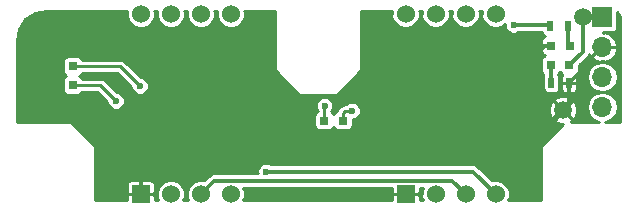
<source format=gtl>
G04 #@! TF.FileFunction,Copper,L1,Top,Signal*
%FSLAX46Y46*%
G04 Gerber Fmt 4.6, Leading zero omitted, Abs format (unit mm)*
G04 Created by KiCad (PCBNEW 4.0.6) date Mon Jan  8 18:00:33 2018*
%MOMM*%
%LPD*%
G01*
G04 APERTURE LIST*
%ADD10C,0.100000*%
%ADD11R,0.800000X0.800000*%
%ADD12R,1.700000X1.700000*%
%ADD13O,1.700000X1.700000*%
%ADD14R,0.500000X0.900000*%
%ADD15C,1.500000*%
%ADD16R,1.524000X1.524000*%
%ADD17C,1.524000*%
%ADD18C,0.600000*%
%ADD19C,0.500000*%
%ADD20C,0.350000*%
%ADD21C,0.250000*%
G04 APERTURE END LIST*
D10*
D11*
X104282000Y-69080000D03*
X102682000Y-69080000D03*
X104305000Y-67437000D03*
X102705000Y-67437000D03*
X83505000Y-73779000D03*
X85105000Y-73779000D03*
X62230000Y-70777000D03*
X62230000Y-69177000D03*
D12*
X107061000Y-65024000D03*
D13*
X107061000Y-67564000D03*
X107061000Y-70104000D03*
X107061000Y-72644000D03*
D14*
X102744000Y-70600000D03*
X104244000Y-70600000D03*
X102628000Y-65786000D03*
X104128000Y-65786000D03*
D15*
X103736000Y-72890000D03*
D16*
X90401000Y-80002000D03*
D17*
X92941000Y-80002000D03*
X95481000Y-80002000D03*
X98021000Y-80002000D03*
X98021000Y-64762000D03*
X95481000Y-64762000D03*
X92941000Y-64762000D03*
X90401000Y-64762000D03*
D16*
X67970400Y-79997300D03*
D17*
X70510400Y-79997300D03*
X73050400Y-79997300D03*
X75590400Y-79997300D03*
X75590400Y-64757300D03*
X73050400Y-64757300D03*
X70510400Y-64757300D03*
X67970400Y-64757300D03*
D15*
X105387000Y-65000000D03*
D18*
X87226000Y-65524000D03*
X93195000Y-73779000D03*
X89004000Y-74033000D03*
X70970000Y-74287000D03*
X66525000Y-73779000D03*
X91163000Y-73906000D03*
X68811000Y-73779000D03*
X67033000Y-76688000D03*
X79987000Y-73779000D03*
X86591000Y-75811000D03*
X89512000Y-76569000D03*
X100053000Y-76954000D03*
X99545000Y-72763000D03*
X64620000Y-80002000D03*
X102847000Y-74287000D03*
X87500000Y-69000000D03*
X85956000Y-80002000D03*
X79098000Y-80002000D03*
X87988000Y-73271000D03*
X81638000Y-76065000D03*
X74399000Y-77589000D03*
X72113000Y-75430000D03*
X64620000Y-73779000D03*
X59159000Y-72001000D03*
X60683000Y-66667000D03*
X70208000Y-68064000D03*
X78082000Y-65778000D03*
X78590000Y-70223000D03*
X92052000Y-66540000D03*
X95100000Y-67937000D03*
X96878000Y-70985000D03*
X94846000Y-75303000D03*
X101196000Y-78859000D03*
X100942000Y-68699000D03*
X99545000Y-65706000D03*
X83543000Y-72509000D03*
X65890000Y-72128000D03*
X85874883Y-72945790D03*
X67922000Y-70858000D03*
X78590000Y-78097000D03*
D19*
X105387000Y-65000000D02*
X107037000Y-65000000D01*
X107037000Y-65000000D02*
X107061000Y-65024000D01*
D20*
X105387000Y-66060660D02*
X105387000Y-65000000D01*
X105387000Y-67975000D02*
X105387000Y-66060660D01*
X104282000Y-69080000D02*
X105387000Y-67975000D01*
D19*
X87500000Y-65798000D02*
X87226000Y-65524000D01*
X87500000Y-69000000D02*
X87500000Y-65798000D01*
X59159000Y-72001000D02*
X60048000Y-72890000D01*
X60048000Y-72890000D02*
X63731000Y-72890000D01*
X63731000Y-72890000D02*
X64620000Y-73779000D01*
D20*
X68811000Y-73779000D02*
X70462000Y-73779000D01*
X70462000Y-73779000D02*
X70970000Y-74287000D01*
X81638000Y-76065000D02*
X81638000Y-75430000D01*
X81638000Y-75430000D02*
X79987000Y-73779000D01*
X99545000Y-72763000D02*
X99545000Y-76446000D01*
X99545000Y-76446000D02*
X100053000Y-76954000D01*
X96878000Y-70985000D02*
X97767000Y-70985000D01*
X97767000Y-70985000D02*
X99545000Y-72763000D01*
D19*
X102847000Y-73862736D02*
X102847000Y-74287000D01*
X102847000Y-73779000D02*
X102847000Y-73862736D01*
X103736000Y-72890000D02*
X102847000Y-73779000D01*
X79098000Y-80002000D02*
X85956000Y-80002000D01*
X74399000Y-77589000D02*
X75923000Y-76065000D01*
X75923000Y-76065000D02*
X81638000Y-76065000D01*
X78590000Y-70223000D02*
X77320000Y-70223000D01*
X77320000Y-70223000D02*
X72113000Y-75430000D01*
X65209001Y-67764001D02*
X64112000Y-66667000D01*
X64112000Y-66667000D02*
X60683000Y-66667000D01*
X70208000Y-68064000D02*
X69908001Y-67764001D01*
X69908001Y-67764001D02*
X65209001Y-67764001D01*
X78590000Y-70223000D02*
X78590000Y-66286000D01*
X78590000Y-66286000D02*
X78082000Y-65778000D01*
X95100000Y-67937000D02*
X93449000Y-67937000D01*
X93449000Y-67937000D02*
X92052000Y-66540000D01*
X96878000Y-70985000D02*
X96878000Y-69715000D01*
X96878000Y-69715000D02*
X95100000Y-67937000D01*
X99753001Y-78559001D02*
X96497000Y-75303000D01*
X96497000Y-75303000D02*
X94846000Y-75303000D01*
X101196000Y-78859000D02*
X100896001Y-78559001D01*
X100896001Y-78559001D02*
X99753001Y-78559001D01*
D20*
X107061000Y-67564000D02*
X106211001Y-68413999D01*
X106211001Y-68413999D02*
X106211001Y-68632999D01*
X106211001Y-68632999D02*
X104244000Y-70600000D01*
X104244000Y-70600000D02*
X104244000Y-72382000D01*
X104244000Y-72382000D02*
X103736000Y-72890000D01*
X102705000Y-67437000D02*
X102204000Y-67437000D01*
X102204000Y-67437000D02*
X100942000Y-68699000D01*
X99545000Y-65706000D02*
X102548000Y-65706000D01*
X102548000Y-65706000D02*
X102628000Y-65786000D01*
D21*
X83505000Y-73779000D02*
X83505000Y-72547000D01*
X83505000Y-72547000D02*
X83543000Y-72509000D01*
X62230000Y-70777000D02*
X64539000Y-70777000D01*
X64539000Y-70777000D02*
X65890000Y-72128000D01*
D20*
X102682000Y-69080000D02*
X102682000Y-70538000D01*
X102682000Y-70538000D02*
X102744000Y-70600000D01*
X104128000Y-65786000D02*
X104128000Y-67260000D01*
X104128000Y-67260000D02*
X104305000Y-67437000D01*
D21*
X85105000Y-73129000D02*
X85288210Y-72945790D01*
X85105000Y-73779000D02*
X85105000Y-73129000D01*
X85288210Y-72945790D02*
X85450619Y-72945790D01*
X85450619Y-72945790D02*
X85874883Y-72945790D01*
X67922000Y-70858000D02*
X66241000Y-69177000D01*
X66241000Y-69177000D02*
X62230000Y-69177000D01*
D20*
X79014264Y-78097000D02*
X78590000Y-78097000D01*
X98021000Y-80002000D02*
X96116000Y-78097000D01*
X96116000Y-78097000D02*
X79014264Y-78097000D01*
X95481000Y-80002000D02*
X94339299Y-78860299D01*
X94339299Y-78860299D02*
X74187401Y-78860299D01*
X73812399Y-79235301D02*
X73050400Y-79997300D01*
X74187401Y-78860299D02*
X73812399Y-79235301D01*
D21*
G36*
X89214000Y-79870750D02*
X89320250Y-79977000D01*
X90376000Y-79977000D01*
X90376000Y-79957000D01*
X90426000Y-79957000D01*
X90426000Y-79977000D01*
X91481750Y-79977000D01*
X91588000Y-79870750D01*
X91588000Y-79460299D01*
X91880669Y-79460299D01*
X91754206Y-79764855D01*
X91753794Y-80237073D01*
X91872763Y-80525000D01*
X91588000Y-80525000D01*
X91588000Y-80133250D01*
X91481750Y-80027000D01*
X90426000Y-80027000D01*
X90426000Y-80047000D01*
X90376000Y-80047000D01*
X90376000Y-80027000D01*
X89320250Y-80027000D01*
X89214000Y-80133250D01*
X89214000Y-80525000D01*
X76656545Y-80525000D01*
X76777194Y-80234445D01*
X76777606Y-79762227D01*
X76652852Y-79460299D01*
X89214000Y-79460299D01*
X89214000Y-79870750D01*
X89214000Y-79870750D01*
G37*
X89214000Y-79870750D02*
X89320250Y-79977000D01*
X90376000Y-79977000D01*
X90376000Y-79957000D01*
X90426000Y-79957000D01*
X90426000Y-79977000D01*
X91481750Y-79977000D01*
X91588000Y-79870750D01*
X91588000Y-79460299D01*
X91880669Y-79460299D01*
X91754206Y-79764855D01*
X91753794Y-80237073D01*
X91872763Y-80525000D01*
X91588000Y-80525000D01*
X91588000Y-80133250D01*
X91481750Y-80027000D01*
X90426000Y-80027000D01*
X90426000Y-80047000D01*
X90376000Y-80047000D01*
X90376000Y-80027000D01*
X89320250Y-80027000D01*
X89214000Y-80133250D01*
X89214000Y-80525000D01*
X76656545Y-80525000D01*
X76777194Y-80234445D01*
X76777606Y-79762227D01*
X76652852Y-79460299D01*
X89214000Y-79460299D01*
X89214000Y-79870750D01*
G36*
X66783606Y-64520155D02*
X66783194Y-64992373D01*
X66963523Y-65428803D01*
X67297140Y-65763003D01*
X67733255Y-65944094D01*
X68205473Y-65944506D01*
X68641903Y-65764177D01*
X68976103Y-65430560D01*
X69157194Y-64994445D01*
X69157606Y-64522227D01*
X69138092Y-64475000D01*
X69342356Y-64475000D01*
X69323606Y-64520155D01*
X69323194Y-64992373D01*
X69503523Y-65428803D01*
X69837140Y-65763003D01*
X70273255Y-65944094D01*
X70745473Y-65944506D01*
X71181903Y-65764177D01*
X71516103Y-65430560D01*
X71697194Y-64994445D01*
X71697606Y-64522227D01*
X71678092Y-64475000D01*
X71882356Y-64475000D01*
X71863606Y-64520155D01*
X71863194Y-64992373D01*
X72043523Y-65428803D01*
X72377140Y-65763003D01*
X72813255Y-65944094D01*
X73285473Y-65944506D01*
X73721903Y-65764177D01*
X74056103Y-65430560D01*
X74237194Y-64994445D01*
X74237606Y-64522227D01*
X74218092Y-64475000D01*
X74422356Y-64475000D01*
X74403606Y-64520155D01*
X74403194Y-64992373D01*
X74583523Y-65428803D01*
X74917140Y-65763003D01*
X75353255Y-65944094D01*
X75825473Y-65944506D01*
X76261903Y-65764177D01*
X76596103Y-65430560D01*
X76777194Y-64994445D01*
X76777606Y-64522227D01*
X76758092Y-64475000D01*
X79375000Y-64475000D01*
X79375000Y-69500000D01*
X79384187Y-69547037D01*
X79411612Y-69588388D01*
X81411612Y-71588388D01*
X81451368Y-71615152D01*
X81500000Y-71625000D01*
X84500000Y-71625000D01*
X84547037Y-71615813D01*
X84588388Y-71588388D01*
X86588388Y-69588388D01*
X86615152Y-69548632D01*
X86625000Y-69500000D01*
X86625000Y-64475000D01*
X89234908Y-64475000D01*
X89214206Y-64524855D01*
X89213794Y-64997073D01*
X89394123Y-65433503D01*
X89727740Y-65767703D01*
X90163855Y-65948794D01*
X90636073Y-65949206D01*
X91072503Y-65768877D01*
X91406703Y-65435260D01*
X91587794Y-64999145D01*
X91588206Y-64526927D01*
X91566750Y-64475000D01*
X91774908Y-64475000D01*
X91754206Y-64524855D01*
X91753794Y-64997073D01*
X91934123Y-65433503D01*
X92267740Y-65767703D01*
X92703855Y-65948794D01*
X93176073Y-65949206D01*
X93612503Y-65768877D01*
X93946703Y-65435260D01*
X94127794Y-64999145D01*
X94128206Y-64526927D01*
X94106750Y-64475000D01*
X94314908Y-64475000D01*
X94294206Y-64524855D01*
X94293794Y-64997073D01*
X94474123Y-65433503D01*
X94807740Y-65767703D01*
X95243855Y-65948794D01*
X95716073Y-65949206D01*
X96152503Y-65768877D01*
X96486703Y-65435260D01*
X96667794Y-64999145D01*
X96668206Y-64526927D01*
X96646750Y-64475000D01*
X96854908Y-64475000D01*
X96834206Y-64524855D01*
X96833794Y-64997073D01*
X97014123Y-65433503D01*
X97347740Y-65767703D01*
X97783855Y-65948794D01*
X98256073Y-65949206D01*
X98692503Y-65768877D01*
X98820056Y-65641547D01*
X98819874Y-65849579D01*
X98930016Y-66116143D01*
X99133784Y-66320267D01*
X99400156Y-66430874D01*
X99688579Y-66431126D01*
X99955143Y-66320984D01*
X99970153Y-66306000D01*
X101957845Y-66306000D01*
X101974309Y-66393496D01*
X102067389Y-66538146D01*
X102192456Y-66623600D01*
X102064257Y-66676702D01*
X101944702Y-66796257D01*
X101880000Y-66952462D01*
X101880000Y-67305750D01*
X101986250Y-67412000D01*
X102680000Y-67412000D01*
X102680000Y-67392000D01*
X102730000Y-67392000D01*
X102730000Y-67412000D01*
X102750000Y-67412000D01*
X102750000Y-67462000D01*
X102730000Y-67462000D01*
X102730000Y-67482000D01*
X102680000Y-67482000D01*
X102680000Y-67462000D01*
X101986250Y-67462000D01*
X101880000Y-67568250D01*
X101880000Y-67921538D01*
X101944702Y-68077743D01*
X102064257Y-68197298D01*
X102214242Y-68259424D01*
X102124504Y-68276309D01*
X101979854Y-68369389D01*
X101882814Y-68511412D01*
X101848674Y-68680000D01*
X101848674Y-69480000D01*
X101878309Y-69637496D01*
X101971389Y-69782146D01*
X102082000Y-69857723D01*
X102082000Y-70044689D01*
X102060674Y-70150000D01*
X102060674Y-71050000D01*
X102090309Y-71207496D01*
X102183389Y-71352146D01*
X102325412Y-71449186D01*
X102494000Y-71483326D01*
X102994000Y-71483326D01*
X103151496Y-71453691D01*
X103296146Y-71360611D01*
X103393186Y-71218588D01*
X103427326Y-71050000D01*
X103427326Y-70731250D01*
X103569000Y-70731250D01*
X103569000Y-71134538D01*
X103633702Y-71290743D01*
X103753257Y-71410298D01*
X103909462Y-71475000D01*
X104112750Y-71475000D01*
X104219000Y-71368750D01*
X104219000Y-70625000D01*
X104269000Y-70625000D01*
X104269000Y-71368750D01*
X104375250Y-71475000D01*
X104578538Y-71475000D01*
X104734743Y-71410298D01*
X104854298Y-71290743D01*
X104919000Y-71134538D01*
X104919000Y-70731250D01*
X104812750Y-70625000D01*
X104269000Y-70625000D01*
X104219000Y-70625000D01*
X103675250Y-70625000D01*
X103569000Y-70731250D01*
X103427326Y-70731250D01*
X103427326Y-70150000D01*
X103397691Y-69992504D01*
X103304611Y-69847854D01*
X103300041Y-69844731D01*
X103384146Y-69790611D01*
X103481186Y-69648588D01*
X103482206Y-69643552D01*
X103571389Y-69782146D01*
X103683922Y-69859037D01*
X103633702Y-69909257D01*
X103569000Y-70065462D01*
X103569000Y-70468750D01*
X103675250Y-70575000D01*
X104219000Y-70575000D01*
X104219000Y-70555000D01*
X104269000Y-70555000D01*
X104269000Y-70575000D01*
X104812750Y-70575000D01*
X104919000Y-70468750D01*
X104919000Y-70065462D01*
X104854298Y-69909257D01*
X104830437Y-69885396D01*
X104839496Y-69883691D01*
X104984146Y-69790611D01*
X105081186Y-69648588D01*
X105115326Y-69480000D01*
X105115326Y-69095202D01*
X105811264Y-68399264D01*
X105941328Y-68204610D01*
X105952264Y-68149631D01*
X106015005Y-68293058D01*
X106373625Y-68637847D01*
X106836892Y-68819152D01*
X107035998Y-68732508D01*
X107035998Y-68829005D01*
X106548100Y-68926054D01*
X106134460Y-69202439D01*
X105858075Y-69616079D01*
X105761021Y-70104000D01*
X105858075Y-70591921D01*
X106134460Y-71005561D01*
X106548100Y-71281946D01*
X107010884Y-71374000D01*
X106548100Y-71466054D01*
X106134460Y-71742439D01*
X105858075Y-72156079D01*
X105761021Y-72644000D01*
X105858075Y-73131921D01*
X106134460Y-73545561D01*
X106548100Y-73821946D01*
X106814819Y-73875000D01*
X104417857Y-73875000D01*
X104419800Y-73873702D01*
X104490118Y-73679473D01*
X103736000Y-72925355D01*
X102981882Y-73679473D01*
X103052200Y-73873702D01*
X103480698Y-74060501D01*
X103757627Y-74065597D01*
X101911612Y-75911612D01*
X101884848Y-75951368D01*
X101875000Y-76000000D01*
X101875000Y-80525000D01*
X99089096Y-80525000D01*
X99207794Y-80239145D01*
X99208206Y-79766927D01*
X99027877Y-79330497D01*
X98694260Y-78996297D01*
X98258145Y-78815206D01*
X97785927Y-78814794D01*
X97712614Y-78845086D01*
X96540264Y-77672736D01*
X96345610Y-77542672D01*
X96116000Y-77497000D01*
X79015458Y-77497000D01*
X79001216Y-77482733D01*
X78734844Y-77372126D01*
X78446421Y-77371874D01*
X78179857Y-77482016D01*
X77975733Y-77685784D01*
X77865126Y-77952156D01*
X77864874Y-78240579D01*
X77873022Y-78260299D01*
X74187401Y-78260299D01*
X73957791Y-78305971D01*
X73763137Y-78436035D01*
X73358997Y-78840175D01*
X73287545Y-78810506D01*
X72815327Y-78810094D01*
X72378897Y-78990423D01*
X72044697Y-79324040D01*
X71863606Y-79760155D01*
X71863194Y-80232373D01*
X71984105Y-80525000D01*
X71576545Y-80525000D01*
X71697194Y-80234445D01*
X71697606Y-79762227D01*
X71517277Y-79325797D01*
X71183660Y-78991597D01*
X70747545Y-78810506D01*
X70275327Y-78810094D01*
X69838897Y-78990423D01*
X69504697Y-79324040D01*
X69323606Y-79760155D01*
X69323194Y-80232373D01*
X69444105Y-80525000D01*
X69157400Y-80525000D01*
X69157400Y-80128550D01*
X69051150Y-80022300D01*
X67995400Y-80022300D01*
X67995400Y-80042300D01*
X67945400Y-80042300D01*
X67945400Y-80022300D01*
X66889650Y-80022300D01*
X66783400Y-80128550D01*
X66783400Y-80525000D01*
X64125000Y-80525000D01*
X64125000Y-79150762D01*
X66783400Y-79150762D01*
X66783400Y-79866050D01*
X66889650Y-79972300D01*
X67945400Y-79972300D01*
X67945400Y-78916550D01*
X67995400Y-78916550D01*
X67995400Y-79972300D01*
X69051150Y-79972300D01*
X69157400Y-79866050D01*
X69157400Y-79150762D01*
X69092698Y-78994557D01*
X68973143Y-78875002D01*
X68816938Y-78810300D01*
X68101650Y-78810300D01*
X67995400Y-78916550D01*
X67945400Y-78916550D01*
X67839150Y-78810300D01*
X67123862Y-78810300D01*
X66967657Y-78875002D01*
X66848102Y-78994557D01*
X66783400Y-79150762D01*
X64125000Y-79150762D01*
X64125000Y-76000000D01*
X64115813Y-75952963D01*
X64088388Y-75911612D01*
X62088388Y-73911612D01*
X62048632Y-73884848D01*
X62000000Y-73875000D01*
X57475000Y-73875000D01*
X57475000Y-73379000D01*
X82671674Y-73379000D01*
X82671674Y-74179000D01*
X82701309Y-74336496D01*
X82794389Y-74481146D01*
X82936412Y-74578186D01*
X83105000Y-74612326D01*
X83905000Y-74612326D01*
X84062496Y-74582691D01*
X84207146Y-74489611D01*
X84304186Y-74347588D01*
X84305206Y-74342552D01*
X84394389Y-74481146D01*
X84536412Y-74578186D01*
X84705000Y-74612326D01*
X85505000Y-74612326D01*
X85662496Y-74582691D01*
X85807146Y-74489611D01*
X85904186Y-74347588D01*
X85938326Y-74179000D01*
X85938326Y-73670846D01*
X86018462Y-73670916D01*
X86285026Y-73560774D01*
X86489150Y-73357006D01*
X86595011Y-73102063D01*
X102556898Y-73102063D01*
X102727805Y-73537143D01*
X102752298Y-73573800D01*
X102946527Y-73644118D01*
X103700645Y-72890000D01*
X103771355Y-72890000D01*
X104525473Y-73644118D01*
X104719702Y-73573800D01*
X104906501Y-73145302D01*
X104915102Y-72677937D01*
X104744195Y-72242857D01*
X104719702Y-72206200D01*
X104525473Y-72135882D01*
X103771355Y-72890000D01*
X103700645Y-72890000D01*
X102946527Y-72135882D01*
X102752298Y-72206200D01*
X102565499Y-72634698D01*
X102556898Y-73102063D01*
X86595011Y-73102063D01*
X86599757Y-73090634D01*
X86600009Y-72802211D01*
X86489867Y-72535647D01*
X86286099Y-72331523D01*
X86019727Y-72220916D01*
X85731304Y-72220664D01*
X85464740Y-72330806D01*
X85399642Y-72395790D01*
X85288210Y-72395790D01*
X85077734Y-72437656D01*
X84899301Y-72556881D01*
X84716091Y-72740091D01*
X84596866Y-72918524D01*
X84587051Y-72967868D01*
X84547504Y-72975309D01*
X84402854Y-73068389D01*
X84305814Y-73210412D01*
X84304794Y-73215448D01*
X84215611Y-73076854D01*
X84087822Y-72989540D01*
X84157267Y-72920216D01*
X84267874Y-72653844D01*
X84268126Y-72365421D01*
X84158675Y-72100527D01*
X102981882Y-72100527D01*
X103736000Y-72854645D01*
X104490118Y-72100527D01*
X104419800Y-71906298D01*
X103991302Y-71719499D01*
X103523937Y-71710898D01*
X103088857Y-71881805D01*
X103052200Y-71906298D01*
X102981882Y-72100527D01*
X84158675Y-72100527D01*
X84157984Y-72098857D01*
X83954216Y-71894733D01*
X83687844Y-71784126D01*
X83399421Y-71783874D01*
X83132857Y-71894016D01*
X82928733Y-72097784D01*
X82818126Y-72364156D01*
X82817874Y-72652579D01*
X82928016Y-72919143D01*
X82955000Y-72946174D01*
X82955000Y-72973899D01*
X82947504Y-72975309D01*
X82802854Y-73068389D01*
X82705814Y-73210412D01*
X82671674Y-73379000D01*
X57475000Y-73379000D01*
X57475000Y-68777000D01*
X61396674Y-68777000D01*
X61396674Y-69577000D01*
X61426309Y-69734496D01*
X61519389Y-69879146D01*
X61661412Y-69976186D01*
X61666448Y-69977206D01*
X61527854Y-70066389D01*
X61430814Y-70208412D01*
X61396674Y-70377000D01*
X61396674Y-71177000D01*
X61426309Y-71334496D01*
X61519389Y-71479146D01*
X61661412Y-71576186D01*
X61830000Y-71610326D01*
X62630000Y-71610326D01*
X62787496Y-71580691D01*
X62932146Y-71487611D01*
X63029186Y-71345588D01*
X63032950Y-71327000D01*
X64311182Y-71327000D01*
X65164953Y-72180771D01*
X65164874Y-72271579D01*
X65275016Y-72538143D01*
X65478784Y-72742267D01*
X65745156Y-72852874D01*
X66033579Y-72853126D01*
X66300143Y-72742984D01*
X66504267Y-72539216D01*
X66614874Y-72272844D01*
X66615126Y-71984421D01*
X66504984Y-71717857D01*
X66301216Y-71513733D01*
X66034844Y-71403126D01*
X65942863Y-71403046D01*
X64927909Y-70388091D01*
X64749476Y-70268866D01*
X64539000Y-70227000D01*
X63035101Y-70227000D01*
X63033691Y-70219504D01*
X62940611Y-70074854D01*
X62798588Y-69977814D01*
X62793552Y-69976794D01*
X62932146Y-69887611D01*
X63029186Y-69745588D01*
X63032950Y-69727000D01*
X66013182Y-69727000D01*
X67196953Y-70910771D01*
X67196874Y-71001579D01*
X67307016Y-71268143D01*
X67510784Y-71472267D01*
X67777156Y-71582874D01*
X68065579Y-71583126D01*
X68332143Y-71472984D01*
X68536267Y-71269216D01*
X68646874Y-71002844D01*
X68647126Y-70714421D01*
X68536984Y-70447857D01*
X68333216Y-70243733D01*
X68066844Y-70133126D01*
X67974864Y-70133046D01*
X66629909Y-68788091D01*
X66451476Y-68668866D01*
X66241000Y-68627000D01*
X63035101Y-68627000D01*
X63033691Y-68619504D01*
X62940611Y-68474854D01*
X62798588Y-68377814D01*
X62630000Y-68343674D01*
X61830000Y-68343674D01*
X61672504Y-68373309D01*
X61527854Y-68466389D01*
X61430814Y-68608412D01*
X61396674Y-68777000D01*
X57475000Y-68777000D01*
X57475000Y-67046783D01*
X57675801Y-66037286D01*
X58221136Y-65221136D01*
X59037286Y-64675801D01*
X60046783Y-64475000D01*
X66802356Y-64475000D01*
X66783606Y-64520155D01*
X66783606Y-64520155D01*
G37*
X66783606Y-64520155D02*
X66783194Y-64992373D01*
X66963523Y-65428803D01*
X67297140Y-65763003D01*
X67733255Y-65944094D01*
X68205473Y-65944506D01*
X68641903Y-65764177D01*
X68976103Y-65430560D01*
X69157194Y-64994445D01*
X69157606Y-64522227D01*
X69138092Y-64475000D01*
X69342356Y-64475000D01*
X69323606Y-64520155D01*
X69323194Y-64992373D01*
X69503523Y-65428803D01*
X69837140Y-65763003D01*
X70273255Y-65944094D01*
X70745473Y-65944506D01*
X71181903Y-65764177D01*
X71516103Y-65430560D01*
X71697194Y-64994445D01*
X71697606Y-64522227D01*
X71678092Y-64475000D01*
X71882356Y-64475000D01*
X71863606Y-64520155D01*
X71863194Y-64992373D01*
X72043523Y-65428803D01*
X72377140Y-65763003D01*
X72813255Y-65944094D01*
X73285473Y-65944506D01*
X73721903Y-65764177D01*
X74056103Y-65430560D01*
X74237194Y-64994445D01*
X74237606Y-64522227D01*
X74218092Y-64475000D01*
X74422356Y-64475000D01*
X74403606Y-64520155D01*
X74403194Y-64992373D01*
X74583523Y-65428803D01*
X74917140Y-65763003D01*
X75353255Y-65944094D01*
X75825473Y-65944506D01*
X76261903Y-65764177D01*
X76596103Y-65430560D01*
X76777194Y-64994445D01*
X76777606Y-64522227D01*
X76758092Y-64475000D01*
X79375000Y-64475000D01*
X79375000Y-69500000D01*
X79384187Y-69547037D01*
X79411612Y-69588388D01*
X81411612Y-71588388D01*
X81451368Y-71615152D01*
X81500000Y-71625000D01*
X84500000Y-71625000D01*
X84547037Y-71615813D01*
X84588388Y-71588388D01*
X86588388Y-69588388D01*
X86615152Y-69548632D01*
X86625000Y-69500000D01*
X86625000Y-64475000D01*
X89234908Y-64475000D01*
X89214206Y-64524855D01*
X89213794Y-64997073D01*
X89394123Y-65433503D01*
X89727740Y-65767703D01*
X90163855Y-65948794D01*
X90636073Y-65949206D01*
X91072503Y-65768877D01*
X91406703Y-65435260D01*
X91587794Y-64999145D01*
X91588206Y-64526927D01*
X91566750Y-64475000D01*
X91774908Y-64475000D01*
X91754206Y-64524855D01*
X91753794Y-64997073D01*
X91934123Y-65433503D01*
X92267740Y-65767703D01*
X92703855Y-65948794D01*
X93176073Y-65949206D01*
X93612503Y-65768877D01*
X93946703Y-65435260D01*
X94127794Y-64999145D01*
X94128206Y-64526927D01*
X94106750Y-64475000D01*
X94314908Y-64475000D01*
X94294206Y-64524855D01*
X94293794Y-64997073D01*
X94474123Y-65433503D01*
X94807740Y-65767703D01*
X95243855Y-65948794D01*
X95716073Y-65949206D01*
X96152503Y-65768877D01*
X96486703Y-65435260D01*
X96667794Y-64999145D01*
X96668206Y-64526927D01*
X96646750Y-64475000D01*
X96854908Y-64475000D01*
X96834206Y-64524855D01*
X96833794Y-64997073D01*
X97014123Y-65433503D01*
X97347740Y-65767703D01*
X97783855Y-65948794D01*
X98256073Y-65949206D01*
X98692503Y-65768877D01*
X98820056Y-65641547D01*
X98819874Y-65849579D01*
X98930016Y-66116143D01*
X99133784Y-66320267D01*
X99400156Y-66430874D01*
X99688579Y-66431126D01*
X99955143Y-66320984D01*
X99970153Y-66306000D01*
X101957845Y-66306000D01*
X101974309Y-66393496D01*
X102067389Y-66538146D01*
X102192456Y-66623600D01*
X102064257Y-66676702D01*
X101944702Y-66796257D01*
X101880000Y-66952462D01*
X101880000Y-67305750D01*
X101986250Y-67412000D01*
X102680000Y-67412000D01*
X102680000Y-67392000D01*
X102730000Y-67392000D01*
X102730000Y-67412000D01*
X102750000Y-67412000D01*
X102750000Y-67462000D01*
X102730000Y-67462000D01*
X102730000Y-67482000D01*
X102680000Y-67482000D01*
X102680000Y-67462000D01*
X101986250Y-67462000D01*
X101880000Y-67568250D01*
X101880000Y-67921538D01*
X101944702Y-68077743D01*
X102064257Y-68197298D01*
X102214242Y-68259424D01*
X102124504Y-68276309D01*
X101979854Y-68369389D01*
X101882814Y-68511412D01*
X101848674Y-68680000D01*
X101848674Y-69480000D01*
X101878309Y-69637496D01*
X101971389Y-69782146D01*
X102082000Y-69857723D01*
X102082000Y-70044689D01*
X102060674Y-70150000D01*
X102060674Y-71050000D01*
X102090309Y-71207496D01*
X102183389Y-71352146D01*
X102325412Y-71449186D01*
X102494000Y-71483326D01*
X102994000Y-71483326D01*
X103151496Y-71453691D01*
X103296146Y-71360611D01*
X103393186Y-71218588D01*
X103427326Y-71050000D01*
X103427326Y-70731250D01*
X103569000Y-70731250D01*
X103569000Y-71134538D01*
X103633702Y-71290743D01*
X103753257Y-71410298D01*
X103909462Y-71475000D01*
X104112750Y-71475000D01*
X104219000Y-71368750D01*
X104219000Y-70625000D01*
X104269000Y-70625000D01*
X104269000Y-71368750D01*
X104375250Y-71475000D01*
X104578538Y-71475000D01*
X104734743Y-71410298D01*
X104854298Y-71290743D01*
X104919000Y-71134538D01*
X104919000Y-70731250D01*
X104812750Y-70625000D01*
X104269000Y-70625000D01*
X104219000Y-70625000D01*
X103675250Y-70625000D01*
X103569000Y-70731250D01*
X103427326Y-70731250D01*
X103427326Y-70150000D01*
X103397691Y-69992504D01*
X103304611Y-69847854D01*
X103300041Y-69844731D01*
X103384146Y-69790611D01*
X103481186Y-69648588D01*
X103482206Y-69643552D01*
X103571389Y-69782146D01*
X103683922Y-69859037D01*
X103633702Y-69909257D01*
X103569000Y-70065462D01*
X103569000Y-70468750D01*
X103675250Y-70575000D01*
X104219000Y-70575000D01*
X104219000Y-70555000D01*
X104269000Y-70555000D01*
X104269000Y-70575000D01*
X104812750Y-70575000D01*
X104919000Y-70468750D01*
X104919000Y-70065462D01*
X104854298Y-69909257D01*
X104830437Y-69885396D01*
X104839496Y-69883691D01*
X104984146Y-69790611D01*
X105081186Y-69648588D01*
X105115326Y-69480000D01*
X105115326Y-69095202D01*
X105811264Y-68399264D01*
X105941328Y-68204610D01*
X105952264Y-68149631D01*
X106015005Y-68293058D01*
X106373625Y-68637847D01*
X106836892Y-68819152D01*
X107035998Y-68732508D01*
X107035998Y-68829005D01*
X106548100Y-68926054D01*
X106134460Y-69202439D01*
X105858075Y-69616079D01*
X105761021Y-70104000D01*
X105858075Y-70591921D01*
X106134460Y-71005561D01*
X106548100Y-71281946D01*
X107010884Y-71374000D01*
X106548100Y-71466054D01*
X106134460Y-71742439D01*
X105858075Y-72156079D01*
X105761021Y-72644000D01*
X105858075Y-73131921D01*
X106134460Y-73545561D01*
X106548100Y-73821946D01*
X106814819Y-73875000D01*
X104417857Y-73875000D01*
X104419800Y-73873702D01*
X104490118Y-73679473D01*
X103736000Y-72925355D01*
X102981882Y-73679473D01*
X103052200Y-73873702D01*
X103480698Y-74060501D01*
X103757627Y-74065597D01*
X101911612Y-75911612D01*
X101884848Y-75951368D01*
X101875000Y-76000000D01*
X101875000Y-80525000D01*
X99089096Y-80525000D01*
X99207794Y-80239145D01*
X99208206Y-79766927D01*
X99027877Y-79330497D01*
X98694260Y-78996297D01*
X98258145Y-78815206D01*
X97785927Y-78814794D01*
X97712614Y-78845086D01*
X96540264Y-77672736D01*
X96345610Y-77542672D01*
X96116000Y-77497000D01*
X79015458Y-77497000D01*
X79001216Y-77482733D01*
X78734844Y-77372126D01*
X78446421Y-77371874D01*
X78179857Y-77482016D01*
X77975733Y-77685784D01*
X77865126Y-77952156D01*
X77864874Y-78240579D01*
X77873022Y-78260299D01*
X74187401Y-78260299D01*
X73957791Y-78305971D01*
X73763137Y-78436035D01*
X73358997Y-78840175D01*
X73287545Y-78810506D01*
X72815327Y-78810094D01*
X72378897Y-78990423D01*
X72044697Y-79324040D01*
X71863606Y-79760155D01*
X71863194Y-80232373D01*
X71984105Y-80525000D01*
X71576545Y-80525000D01*
X71697194Y-80234445D01*
X71697606Y-79762227D01*
X71517277Y-79325797D01*
X71183660Y-78991597D01*
X70747545Y-78810506D01*
X70275327Y-78810094D01*
X69838897Y-78990423D01*
X69504697Y-79324040D01*
X69323606Y-79760155D01*
X69323194Y-80232373D01*
X69444105Y-80525000D01*
X69157400Y-80525000D01*
X69157400Y-80128550D01*
X69051150Y-80022300D01*
X67995400Y-80022300D01*
X67995400Y-80042300D01*
X67945400Y-80042300D01*
X67945400Y-80022300D01*
X66889650Y-80022300D01*
X66783400Y-80128550D01*
X66783400Y-80525000D01*
X64125000Y-80525000D01*
X64125000Y-79150762D01*
X66783400Y-79150762D01*
X66783400Y-79866050D01*
X66889650Y-79972300D01*
X67945400Y-79972300D01*
X67945400Y-78916550D01*
X67995400Y-78916550D01*
X67995400Y-79972300D01*
X69051150Y-79972300D01*
X69157400Y-79866050D01*
X69157400Y-79150762D01*
X69092698Y-78994557D01*
X68973143Y-78875002D01*
X68816938Y-78810300D01*
X68101650Y-78810300D01*
X67995400Y-78916550D01*
X67945400Y-78916550D01*
X67839150Y-78810300D01*
X67123862Y-78810300D01*
X66967657Y-78875002D01*
X66848102Y-78994557D01*
X66783400Y-79150762D01*
X64125000Y-79150762D01*
X64125000Y-76000000D01*
X64115813Y-75952963D01*
X64088388Y-75911612D01*
X62088388Y-73911612D01*
X62048632Y-73884848D01*
X62000000Y-73875000D01*
X57475000Y-73875000D01*
X57475000Y-73379000D01*
X82671674Y-73379000D01*
X82671674Y-74179000D01*
X82701309Y-74336496D01*
X82794389Y-74481146D01*
X82936412Y-74578186D01*
X83105000Y-74612326D01*
X83905000Y-74612326D01*
X84062496Y-74582691D01*
X84207146Y-74489611D01*
X84304186Y-74347588D01*
X84305206Y-74342552D01*
X84394389Y-74481146D01*
X84536412Y-74578186D01*
X84705000Y-74612326D01*
X85505000Y-74612326D01*
X85662496Y-74582691D01*
X85807146Y-74489611D01*
X85904186Y-74347588D01*
X85938326Y-74179000D01*
X85938326Y-73670846D01*
X86018462Y-73670916D01*
X86285026Y-73560774D01*
X86489150Y-73357006D01*
X86595011Y-73102063D01*
X102556898Y-73102063D01*
X102727805Y-73537143D01*
X102752298Y-73573800D01*
X102946527Y-73644118D01*
X103700645Y-72890000D01*
X103771355Y-72890000D01*
X104525473Y-73644118D01*
X104719702Y-73573800D01*
X104906501Y-73145302D01*
X104915102Y-72677937D01*
X104744195Y-72242857D01*
X104719702Y-72206200D01*
X104525473Y-72135882D01*
X103771355Y-72890000D01*
X103700645Y-72890000D01*
X102946527Y-72135882D01*
X102752298Y-72206200D01*
X102565499Y-72634698D01*
X102556898Y-73102063D01*
X86595011Y-73102063D01*
X86599757Y-73090634D01*
X86600009Y-72802211D01*
X86489867Y-72535647D01*
X86286099Y-72331523D01*
X86019727Y-72220916D01*
X85731304Y-72220664D01*
X85464740Y-72330806D01*
X85399642Y-72395790D01*
X85288210Y-72395790D01*
X85077734Y-72437656D01*
X84899301Y-72556881D01*
X84716091Y-72740091D01*
X84596866Y-72918524D01*
X84587051Y-72967868D01*
X84547504Y-72975309D01*
X84402854Y-73068389D01*
X84305814Y-73210412D01*
X84304794Y-73215448D01*
X84215611Y-73076854D01*
X84087822Y-72989540D01*
X84157267Y-72920216D01*
X84267874Y-72653844D01*
X84268126Y-72365421D01*
X84158675Y-72100527D01*
X102981882Y-72100527D01*
X103736000Y-72854645D01*
X104490118Y-72100527D01*
X104419800Y-71906298D01*
X103991302Y-71719499D01*
X103523937Y-71710898D01*
X103088857Y-71881805D01*
X103052200Y-71906298D01*
X102981882Y-72100527D01*
X84158675Y-72100527D01*
X84157984Y-72098857D01*
X83954216Y-71894733D01*
X83687844Y-71784126D01*
X83399421Y-71783874D01*
X83132857Y-71894016D01*
X82928733Y-72097784D01*
X82818126Y-72364156D01*
X82817874Y-72652579D01*
X82928016Y-72919143D01*
X82955000Y-72946174D01*
X82955000Y-72973899D01*
X82947504Y-72975309D01*
X82802854Y-73068389D01*
X82705814Y-73210412D01*
X82671674Y-73379000D01*
X57475000Y-73379000D01*
X57475000Y-68777000D01*
X61396674Y-68777000D01*
X61396674Y-69577000D01*
X61426309Y-69734496D01*
X61519389Y-69879146D01*
X61661412Y-69976186D01*
X61666448Y-69977206D01*
X61527854Y-70066389D01*
X61430814Y-70208412D01*
X61396674Y-70377000D01*
X61396674Y-71177000D01*
X61426309Y-71334496D01*
X61519389Y-71479146D01*
X61661412Y-71576186D01*
X61830000Y-71610326D01*
X62630000Y-71610326D01*
X62787496Y-71580691D01*
X62932146Y-71487611D01*
X63029186Y-71345588D01*
X63032950Y-71327000D01*
X64311182Y-71327000D01*
X65164953Y-72180771D01*
X65164874Y-72271579D01*
X65275016Y-72538143D01*
X65478784Y-72742267D01*
X65745156Y-72852874D01*
X66033579Y-72853126D01*
X66300143Y-72742984D01*
X66504267Y-72539216D01*
X66614874Y-72272844D01*
X66615126Y-71984421D01*
X66504984Y-71717857D01*
X66301216Y-71513733D01*
X66034844Y-71403126D01*
X65942863Y-71403046D01*
X64927909Y-70388091D01*
X64749476Y-70268866D01*
X64539000Y-70227000D01*
X63035101Y-70227000D01*
X63033691Y-70219504D01*
X62940611Y-70074854D01*
X62798588Y-69977814D01*
X62793552Y-69976794D01*
X62932146Y-69887611D01*
X63029186Y-69745588D01*
X63032950Y-69727000D01*
X66013182Y-69727000D01*
X67196953Y-70910771D01*
X67196874Y-71001579D01*
X67307016Y-71268143D01*
X67510784Y-71472267D01*
X67777156Y-71582874D01*
X68065579Y-71583126D01*
X68332143Y-71472984D01*
X68536267Y-71269216D01*
X68646874Y-71002844D01*
X68647126Y-70714421D01*
X68536984Y-70447857D01*
X68333216Y-70243733D01*
X68066844Y-70133126D01*
X67974864Y-70133046D01*
X66629909Y-68788091D01*
X66451476Y-68668866D01*
X66241000Y-68627000D01*
X63035101Y-68627000D01*
X63033691Y-68619504D01*
X62940611Y-68474854D01*
X62798588Y-68377814D01*
X62630000Y-68343674D01*
X61830000Y-68343674D01*
X61672504Y-68373309D01*
X61527854Y-68466389D01*
X61430814Y-68608412D01*
X61396674Y-68777000D01*
X57475000Y-68777000D01*
X57475000Y-67046783D01*
X57675801Y-66037286D01*
X58221136Y-65221136D01*
X59037286Y-64675801D01*
X60046783Y-64475000D01*
X66802356Y-64475000D01*
X66783606Y-64520155D01*
G36*
X108364651Y-64635349D02*
X108476440Y-64802652D01*
X108525000Y-65046782D01*
X108525000Y-73875000D01*
X107307181Y-73875000D01*
X107573900Y-73821946D01*
X107987540Y-73545561D01*
X108263925Y-73131921D01*
X108360979Y-72644000D01*
X108263925Y-72156079D01*
X107987540Y-71742439D01*
X107573900Y-71466054D01*
X107111116Y-71374000D01*
X107573900Y-71281946D01*
X107987540Y-71005561D01*
X108263925Y-70591921D01*
X108360979Y-70104000D01*
X108263925Y-69616079D01*
X107987540Y-69202439D01*
X107573900Y-68926054D01*
X107086002Y-68829005D01*
X107086002Y-68732508D01*
X107285108Y-68819152D01*
X107748375Y-68637847D01*
X108106995Y-68293058D01*
X108306372Y-67837277D01*
X108316150Y-67788108D01*
X108229483Y-67589000D01*
X107086000Y-67589000D01*
X107086000Y-67609000D01*
X107036000Y-67609000D01*
X107036000Y-67589000D01*
X107016000Y-67589000D01*
X107016000Y-67539000D01*
X107036000Y-67539000D01*
X107036000Y-67519000D01*
X107086000Y-67519000D01*
X107086000Y-67539000D01*
X108229483Y-67539000D01*
X108316150Y-67339892D01*
X108306372Y-67290723D01*
X108106995Y-66834942D01*
X107748375Y-66490153D01*
X107285108Y-66308848D01*
X107086002Y-66395492D01*
X107086002Y-66307326D01*
X107911000Y-66307326D01*
X108068496Y-66277691D01*
X108213146Y-66184611D01*
X108310186Y-66042588D01*
X108344326Y-65874000D01*
X108344326Y-64621768D01*
X108364651Y-64635349D01*
X108364651Y-64635349D01*
G37*
X108364651Y-64635349D02*
X108476440Y-64802652D01*
X108525000Y-65046782D01*
X108525000Y-73875000D01*
X107307181Y-73875000D01*
X107573900Y-73821946D01*
X107987540Y-73545561D01*
X108263925Y-73131921D01*
X108360979Y-72644000D01*
X108263925Y-72156079D01*
X107987540Y-71742439D01*
X107573900Y-71466054D01*
X107111116Y-71374000D01*
X107573900Y-71281946D01*
X107987540Y-71005561D01*
X108263925Y-70591921D01*
X108360979Y-70104000D01*
X108263925Y-69616079D01*
X107987540Y-69202439D01*
X107573900Y-68926054D01*
X107086002Y-68829005D01*
X107086002Y-68732508D01*
X107285108Y-68819152D01*
X107748375Y-68637847D01*
X108106995Y-68293058D01*
X108306372Y-67837277D01*
X108316150Y-67788108D01*
X108229483Y-67589000D01*
X107086000Y-67589000D01*
X107086000Y-67609000D01*
X107036000Y-67609000D01*
X107036000Y-67589000D01*
X107016000Y-67589000D01*
X107016000Y-67539000D01*
X107036000Y-67539000D01*
X107036000Y-67519000D01*
X107086000Y-67519000D01*
X107086000Y-67539000D01*
X108229483Y-67539000D01*
X108316150Y-67339892D01*
X108306372Y-67290723D01*
X108106995Y-66834942D01*
X107748375Y-66490153D01*
X107285108Y-66308848D01*
X107086002Y-66395492D01*
X107086002Y-66307326D01*
X107911000Y-66307326D01*
X108068496Y-66277691D01*
X108213146Y-66184611D01*
X108310186Y-66042588D01*
X108344326Y-65874000D01*
X108344326Y-64621768D01*
X108364651Y-64635349D01*
M02*

</source>
